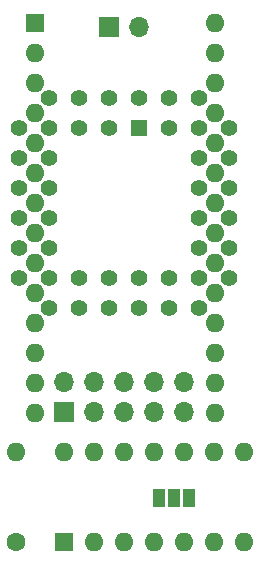
<source format=gbs>
G04 #@! TF.GenerationSoftware,KiCad,Pcbnew,(5.1.9)-1*
G04 #@! TF.CreationDate,2023-07-11T19:38:37+01:00*
G04 #@! TF.ProjectId,ezPLA,657a504c-412e-46b6-9963-61645f706362,v2.0*
G04 #@! TF.SameCoordinates,Original*
G04 #@! TF.FileFunction,Soldermask,Bot*
G04 #@! TF.FilePolarity,Negative*
%FSLAX46Y46*%
G04 Gerber Fmt 4.6, Leading zero omitted, Abs format (unit mm)*
G04 Created by KiCad (PCBNEW (5.1.9)-1) date 2023-07-11 19:38:37*
%MOMM*%
%LPD*%
G01*
G04 APERTURE LIST*
%ADD10O,1.600000X1.600000*%
%ADD11R,1.600000X1.600000*%
%ADD12O,1.700000X1.700000*%
%ADD13R,1.700000X1.700000*%
%ADD14C,1.422400*%
%ADD15R,1.422400X1.422400*%
%ADD16C,1.600000*%
%ADD17R,1.000000X1.500000*%
G04 APERTURE END LIST*
D10*
X155467600Y-102617000D03*
X140227600Y-135637000D03*
X155467600Y-105157000D03*
X140227600Y-133097000D03*
X155467600Y-107697000D03*
X140227600Y-130557000D03*
X155467600Y-110237000D03*
X140227600Y-128017000D03*
X155467600Y-112777000D03*
X140227600Y-125477000D03*
X155467600Y-115317000D03*
X140227600Y-122937000D03*
X155467600Y-117857000D03*
X140227600Y-120397000D03*
X155467600Y-120397000D03*
X140227600Y-117857000D03*
X155467600Y-122937000D03*
X140227600Y-115317000D03*
X155467600Y-125477000D03*
X140227600Y-112777000D03*
X155467600Y-128017000D03*
X140227600Y-110237000D03*
X155467600Y-130557000D03*
X140227600Y-107697000D03*
X155467600Y-133097000D03*
X140227600Y-105157000D03*
X155467600Y-135637000D03*
D11*
X140227600Y-102617000D03*
D12*
X149000000Y-103000000D03*
D13*
X146460000Y-103000000D03*
D14*
X156620000Y-111500000D03*
X156620000Y-114040000D03*
X156620000Y-116580000D03*
X156620000Y-119120000D03*
X156620000Y-121660000D03*
X154080000Y-108960000D03*
X154080000Y-114040000D03*
X154080000Y-116580000D03*
X154080000Y-119120000D03*
X154080000Y-121660000D03*
X154080000Y-124200000D03*
X154080000Y-126740000D03*
X151540000Y-126740000D03*
X149000000Y-126740000D03*
X146460000Y-126740000D03*
X143920000Y-126740000D03*
X141380000Y-126740000D03*
X156620000Y-124200000D03*
X151540000Y-124200000D03*
X149000000Y-124200000D03*
X146460000Y-124200000D03*
X143920000Y-124200000D03*
X141380000Y-124200000D03*
X138840000Y-124200000D03*
X138840000Y-121660000D03*
X138840000Y-119120000D03*
X138840000Y-116580000D03*
X138840000Y-114040000D03*
X138840000Y-111500000D03*
X141380000Y-121660000D03*
X141380000Y-119120000D03*
X141380000Y-116580000D03*
X141380000Y-114040000D03*
X141380000Y-111500000D03*
X151540000Y-108960000D03*
X149000000Y-108960000D03*
X141380000Y-108960000D03*
X143920000Y-108960000D03*
X146460000Y-108960000D03*
X154080000Y-111500000D03*
X151540000Y-111500000D03*
X143920000Y-111500000D03*
X146460000Y-111500000D03*
D15*
X149000000Y-111500000D03*
D13*
X142710000Y-135540000D03*
D12*
X142710000Y-133000000D03*
X145250000Y-135540000D03*
X145250000Y-133000000D03*
X147790000Y-135540000D03*
X147790000Y-133000000D03*
X150330000Y-135540000D03*
X150330000Y-133000000D03*
X152870000Y-135540000D03*
X152870000Y-133000000D03*
D16*
X138575000Y-146575000D03*
D10*
X138575000Y-138955000D03*
D17*
X150675000Y-142850000D03*
X151975000Y-142850000D03*
X153275000Y-142850000D03*
D11*
X142675000Y-146525000D03*
D10*
X157915000Y-138905000D03*
X145215000Y-146525000D03*
X155375000Y-138905000D03*
X147755000Y-146525000D03*
X152835000Y-138905000D03*
X150295000Y-146525000D03*
X150295000Y-138905000D03*
X152835000Y-146525000D03*
X147755000Y-138905000D03*
X155375000Y-146525000D03*
X145215000Y-138905000D03*
X157915000Y-146525000D03*
X142675000Y-138905000D03*
M02*

</source>
